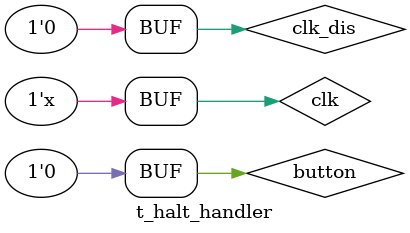
<source format=v>
`timescale 1ns / 1ps

module t_halt_handler;

	// Inputs
	reg clk;
	reg clk_dis;
	reg button;

	// Outputs
	//wire clean_btn;
	wire clk_out;
	//wire state;
	//wire [3:0] delay_reg;

	// Instantiate the Unit Under Test (UUT)
	halt_handler uut (
		.clk(clk), 
		.clk_dis(clk_dis), 
		.button(button), 
		.clk_out(clk_out)
		//.state(state),
		//.clean_btn(clean_btn)
		//.delay_reg(delay_reg)
	);

	initial begin
		// Initialize Inputs
		clk = 0;
		clk_dis = 0;
		button = 0;

		// Wait 100 ns for global reset to finish
		//#100;
        
		// Add stimulus here
		repeat (3)
			begin
			#300 clk_dis = 1;
			#50 clk_dis = 0;
			#300;
			repeat (10)
				begin
				#5 button = 1;
				#2 button = 0;
				end
			button = 1;
			#400;
			repeat (10)
				begin
				#5 button = 0;
				#2 button = 1;
				end
			button = 0;
			#200;
			end
		end
	
	always
		#50 clk = !clk;
      
endmodule


</source>
